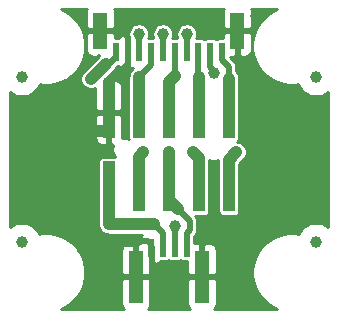
<source format=gbr>
G04 #@! TF.GenerationSoftware,KiCad,Pcbnew,5.1.0-rc2-unknown-036be7d~80~ubuntu16.04.1*
G04 #@! TF.CreationDate,2023-05-22T11:40:45+03:00*
G04 #@! TF.ProjectId,UEXT-PQ_Rev_A,55455854-2d50-4515-9f52-65765f412e6b,A*
G04 #@! TF.SameCoordinates,Original*
G04 #@! TF.FileFunction,Copper,L1,Top*
G04 #@! TF.FilePolarity,Positive*
%FSLAX46Y46*%
G04 Gerber Fmt 4.6, Leading zero omitted, Abs format (unit mm)*
G04 Created by KiCad (PCBNEW 5.1.0-rc2-unknown-036be7d~80~ubuntu16.04.1) date 2023-05-22 11:40:45*
%MOMM*%
%LPD*%
G04 APERTURE LIST*
%ADD10R,1.000000X4.250000*%
%ADD11C,1.000000*%
%ADD12R,1.200000X3.100000*%
%ADD13R,0.600000X1.550000*%
%ADD14R,0.500000X1.550000*%
%ADD15R,1.200000X4.500000*%
%ADD16C,1.016000*%
%ADD17C,0.508000*%
%ADD18C,0.254000*%
G04 APERTURE END LIST*
D10*
X92080000Y-135475000D03*
X92080000Y-141725000D03*
X89540000Y-135475000D03*
X89540000Y-141725000D03*
X87000000Y-135475000D03*
X87000000Y-141725000D03*
X84460000Y-135475000D03*
X84460000Y-141725000D03*
X81920000Y-135475000D03*
X81920000Y-141725000D03*
D11*
X99441000Y-146431000D03*
X74549000Y-146431000D03*
X74549000Y-132461000D03*
X99441000Y-132461000D03*
D12*
X92800000Y-128550000D03*
X81200000Y-128550000D03*
D13*
X91500000Y-130325000D03*
X90500000Y-130325000D03*
X89500000Y-130325000D03*
X88500000Y-130325000D03*
X87500000Y-130325000D03*
X86500000Y-130325000D03*
X85500000Y-130325000D03*
X84500000Y-130325000D03*
X83500000Y-130325000D03*
X82500000Y-130325000D03*
D14*
X88500000Y-146900000D03*
X86500000Y-146900000D03*
X87500000Y-146900000D03*
D15*
X84200000Y-149375000D03*
X89800000Y-149375000D03*
D14*
X85500000Y-146900000D03*
D11*
X84836000Y-138811000D03*
X84455000Y-128778000D03*
X86995000Y-138811000D03*
X86487000Y-128778000D03*
X87503000Y-145034000D03*
X87503000Y-132334000D03*
X89027000Y-138811000D03*
X88519000Y-128778000D03*
X92710000Y-138811000D03*
X90805000Y-132080000D03*
X77978000Y-137033000D03*
X82423000Y-148590000D03*
X91694000Y-148590000D03*
X87122000Y-151384000D03*
X94107000Y-151257000D03*
X79756000Y-151257000D03*
X99441000Y-143764000D03*
X99949000Y-135890000D03*
X96393000Y-138938000D03*
X74422000Y-143764000D03*
X74549000Y-134747000D03*
X77978000Y-139446000D03*
X79629000Y-127254000D03*
X94361000Y-127254000D03*
X87503000Y-127381000D03*
X81915000Y-144907000D03*
X83185000Y-144907000D03*
X81661000Y-131318000D03*
X80391000Y-132588000D03*
D16*
X84460000Y-139187000D02*
X84836000Y-138811000D01*
X84460000Y-141725000D02*
X84460000Y-139187000D01*
D17*
X84500000Y-128823000D02*
X84455000Y-128778000D01*
X84500000Y-130325000D02*
X84500000Y-128823000D01*
D16*
X84460000Y-135475000D02*
X84460000Y-132466000D01*
D17*
X85500000Y-131426000D02*
X84460000Y-132466000D01*
X85500000Y-130325000D02*
X85500000Y-131426000D01*
D16*
X87000000Y-141725000D02*
X87000000Y-142880000D01*
X87000000Y-142880000D02*
X87757000Y-143637000D01*
D17*
X88773000Y-144653000D02*
X87757000Y-143637000D01*
X88773000Y-145415000D02*
X88773000Y-144653000D01*
X88500000Y-145688000D02*
X88773000Y-145415000D01*
X88500000Y-146900000D02*
X88500000Y-145688000D01*
D16*
X87000000Y-138816000D02*
X86995000Y-138811000D01*
X87000000Y-141725000D02*
X87000000Y-138816000D01*
D17*
X86500000Y-128791000D02*
X86487000Y-128778000D01*
X86500000Y-130325000D02*
X86500000Y-128791000D01*
X87500000Y-145037000D02*
X87503000Y-145034000D01*
X87500000Y-146900000D02*
X87500000Y-145037000D01*
D16*
X87000000Y-132837000D02*
X87503000Y-132334000D01*
X87000000Y-135475000D02*
X87000000Y-132837000D01*
D17*
X87500000Y-132331000D02*
X87503000Y-132334000D01*
X87500000Y-130325000D02*
X87500000Y-132331000D01*
D16*
X89540000Y-139324000D02*
X89027000Y-138811000D01*
X89540000Y-141725000D02*
X89540000Y-139324000D01*
D17*
X88500000Y-128797000D02*
X88519000Y-128778000D01*
X88500000Y-130325000D02*
X88500000Y-128797000D01*
D16*
X89540000Y-135475000D02*
X89540000Y-132466000D01*
D17*
X89500000Y-132426000D02*
X89540000Y-132466000D01*
X89500000Y-130325000D02*
X89500000Y-132426000D01*
D16*
X92080000Y-139441000D02*
X92710000Y-138811000D01*
X92080000Y-141725000D02*
X92080000Y-139441000D01*
D17*
X90805000Y-131928000D02*
X90805000Y-132080000D01*
X90500000Y-131623000D02*
X90805000Y-131928000D01*
X90500000Y-130325000D02*
X90500000Y-131623000D01*
D16*
X92080000Y-135475000D02*
X92080000Y-132593000D01*
D17*
X91500000Y-130325000D02*
X91500000Y-130997000D01*
X92080000Y-131577000D02*
X92080000Y-132593000D01*
X91500000Y-130997000D02*
X92080000Y-131577000D01*
D16*
X81920000Y-135475000D02*
X81920000Y-137028000D01*
X81915000Y-137033000D02*
X77978000Y-137033000D01*
X81920000Y-137028000D02*
X81915000Y-137033000D01*
D17*
X85217000Y-146304000D02*
X84074000Y-146304000D01*
X85500000Y-146587000D02*
X85217000Y-146304000D01*
X85500000Y-146900000D02*
X85500000Y-146587000D01*
D16*
X81920000Y-135475000D02*
X81920000Y-132974000D01*
D17*
X83500000Y-131394000D02*
X81920000Y-132974000D01*
X83500000Y-130325000D02*
X83500000Y-131394000D01*
D16*
X77978000Y-137033000D02*
X77978000Y-139446000D01*
X77851000Y-143764000D02*
X80391000Y-146304000D01*
X77851000Y-139573000D02*
X77851000Y-143764000D01*
X80391000Y-146304000D02*
X84074000Y-146304000D01*
X77978000Y-139446000D02*
X77851000Y-139573000D01*
X81920000Y-144902000D02*
X81915000Y-144907000D01*
X81920000Y-141725000D02*
X81920000Y-144902000D01*
X81915000Y-144907000D02*
X83185000Y-144907000D01*
X83185000Y-144907000D02*
X85725000Y-144907000D01*
D17*
X86500000Y-145682000D02*
X85725000Y-144907000D01*
X86500000Y-146900000D02*
X86500000Y-145682000D01*
X82500000Y-130733000D02*
X82500000Y-130325000D01*
X81915000Y-131318000D02*
X82500000Y-130733000D01*
X81661000Y-131318000D02*
X81915000Y-131318000D01*
D16*
X81661000Y-131318000D02*
X80391000Y-132588000D01*
D18*
G36*
X79989403Y-126814777D02*
G01*
X79965000Y-126937458D01*
X79965000Y-128264250D01*
X80123750Y-128423000D01*
X81073000Y-128423000D01*
X81073000Y-128403000D01*
X81327000Y-128403000D01*
X81327000Y-128423000D01*
X82276250Y-128423000D01*
X82435000Y-128264250D01*
X82435000Y-126937458D01*
X82410597Y-126814777D01*
X82366369Y-126708000D01*
X91633631Y-126708000D01*
X91589403Y-126814777D01*
X91565000Y-126937458D01*
X91565000Y-128264250D01*
X91723750Y-128423000D01*
X92673000Y-128423000D01*
X92673000Y-128403000D01*
X92927000Y-128403000D01*
X92927000Y-128423000D01*
X93876250Y-128423000D01*
X94035000Y-128264250D01*
X94035000Y-126937458D01*
X94010597Y-126814777D01*
X93966369Y-126708000D01*
X96170879Y-126708000D01*
X95824075Y-126851651D01*
X95279161Y-127215750D01*
X94815750Y-127679161D01*
X94451651Y-128224075D01*
X94200855Y-128829550D01*
X94073000Y-129472319D01*
X94073000Y-130127681D01*
X94200855Y-130770450D01*
X94451651Y-131375925D01*
X94815750Y-131920839D01*
X95279161Y-132384250D01*
X95824075Y-132748349D01*
X96429550Y-132999145D01*
X97072319Y-133127000D01*
X97727681Y-133127000D01*
X97922448Y-133088258D01*
X97984992Y-133239252D01*
X98164798Y-133508352D01*
X98393648Y-133737202D01*
X98662748Y-133917008D01*
X98961755Y-134040861D01*
X99279179Y-134104000D01*
X99602821Y-134104000D01*
X99920245Y-134040861D01*
X100219252Y-133917008D01*
X100488352Y-133737202D01*
X100492001Y-133733553D01*
X100492000Y-145158446D01*
X100488352Y-145154798D01*
X100219252Y-144974992D01*
X99920245Y-144851139D01*
X99602821Y-144788000D01*
X99279179Y-144788000D01*
X98961755Y-144851139D01*
X98662748Y-144974992D01*
X98393648Y-145154798D01*
X98164798Y-145383648D01*
X97984992Y-145652748D01*
X97957655Y-145718745D01*
X97727681Y-145673000D01*
X97072319Y-145673000D01*
X96429550Y-145800855D01*
X95824075Y-146051651D01*
X95279161Y-146415750D01*
X94815750Y-146879161D01*
X94451651Y-147424075D01*
X94200855Y-148029550D01*
X94073000Y-148672319D01*
X94073000Y-149327681D01*
X94200855Y-149970450D01*
X94451651Y-150575925D01*
X94815750Y-151120839D01*
X95279161Y-151584250D01*
X95824075Y-151948349D01*
X96170879Y-152092000D01*
X90831026Y-152092000D01*
X90893237Y-152029789D01*
X90962730Y-151925785D01*
X91010597Y-151810223D01*
X91035000Y-151687542D01*
X91035000Y-149660750D01*
X90876250Y-149502000D01*
X89927000Y-149502000D01*
X89927000Y-149522000D01*
X89673000Y-149522000D01*
X89673000Y-149502000D01*
X88723750Y-149502000D01*
X88565000Y-149660750D01*
X88565000Y-151687542D01*
X88589403Y-151810223D01*
X88637270Y-151925785D01*
X88706763Y-152029789D01*
X88768974Y-152092000D01*
X85231026Y-152092000D01*
X85293237Y-152029789D01*
X85362730Y-151925785D01*
X85410597Y-151810223D01*
X85435000Y-151687542D01*
X85435000Y-149660750D01*
X85276250Y-149502000D01*
X84327000Y-149502000D01*
X84327000Y-149522000D01*
X84073000Y-149522000D01*
X84073000Y-149502000D01*
X83123750Y-149502000D01*
X82965000Y-149660750D01*
X82965000Y-151687542D01*
X82989403Y-151810223D01*
X83037270Y-151925785D01*
X83106763Y-152029789D01*
X83168974Y-152092000D01*
X77829121Y-152092000D01*
X78175925Y-151948349D01*
X78720839Y-151584250D01*
X79184250Y-151120839D01*
X79548349Y-150575925D01*
X79799145Y-149970450D01*
X79927000Y-149327681D01*
X79927000Y-148672319D01*
X79799145Y-148029550D01*
X79548349Y-147424075D01*
X79306725Y-147062458D01*
X82965000Y-147062458D01*
X82965000Y-149089250D01*
X83123750Y-149248000D01*
X84073000Y-149248000D01*
X84073000Y-146648750D01*
X83914250Y-146490000D01*
X83537458Y-146490000D01*
X83414777Y-146514403D01*
X83299215Y-146562270D01*
X83195211Y-146631763D01*
X83106763Y-146720211D01*
X83037270Y-146824215D01*
X82989403Y-146939777D01*
X82965000Y-147062458D01*
X79306725Y-147062458D01*
X79184250Y-146879161D01*
X78720839Y-146415750D01*
X78175925Y-146051651D01*
X77570450Y-145800855D01*
X76927681Y-145673000D01*
X76272319Y-145673000D01*
X76033106Y-145720583D01*
X76005008Y-145652748D01*
X75825202Y-145383648D01*
X75596352Y-145154798D01*
X75327252Y-144974992D01*
X75163106Y-144907000D01*
X81021699Y-144907000D01*
X81038864Y-145081274D01*
X81089697Y-145248851D01*
X81172247Y-145403291D01*
X81283341Y-145538659D01*
X81418709Y-145649753D01*
X81573149Y-145732303D01*
X81740726Y-145783136D01*
X81871333Y-145796000D01*
X81871340Y-145796000D01*
X81915000Y-145800300D01*
X81958660Y-145796000D01*
X84706123Y-145796000D01*
X84687270Y-145824215D01*
X84639403Y-145939777D01*
X84615000Y-146062458D01*
X84615000Y-146490000D01*
X84485750Y-146490000D01*
X84327000Y-146648750D01*
X84327000Y-149248000D01*
X85276250Y-149248000D01*
X85435000Y-149089250D01*
X85435000Y-147062458D01*
X85410597Y-146939777D01*
X85362730Y-146824215D01*
X85353000Y-146809653D01*
X85353000Y-146773000D01*
X85375000Y-146773000D01*
X85375000Y-146753000D01*
X85625000Y-146753000D01*
X85625000Y-146773000D01*
X85647000Y-146773000D01*
X85647000Y-147027000D01*
X85625000Y-147027000D01*
X85625000Y-148151250D01*
X85783750Y-148310000D01*
X85812542Y-148310000D01*
X85935223Y-148285597D01*
X86050785Y-148237730D01*
X86154789Y-148168237D01*
X86243237Y-148079789D01*
X86257901Y-148057843D01*
X86750000Y-148057843D01*
X86824689Y-148050487D01*
X86896508Y-148028701D01*
X86962696Y-147993322D01*
X87000000Y-147962708D01*
X87037304Y-147993322D01*
X87103492Y-148028701D01*
X87175311Y-148050487D01*
X87250000Y-148057843D01*
X87750000Y-148057843D01*
X87824689Y-148050487D01*
X87896508Y-148028701D01*
X87962696Y-147993322D01*
X88000000Y-147962708D01*
X88037304Y-147993322D01*
X88103492Y-148028701D01*
X88175311Y-148050487D01*
X88250000Y-148057843D01*
X88565000Y-148057843D01*
X88565000Y-149089250D01*
X88723750Y-149248000D01*
X89673000Y-149248000D01*
X89673000Y-146648750D01*
X89927000Y-146648750D01*
X89927000Y-149248000D01*
X90876250Y-149248000D01*
X91035000Y-149089250D01*
X91035000Y-147062458D01*
X91010597Y-146939777D01*
X90962730Y-146824215D01*
X90893237Y-146720211D01*
X90804789Y-146631763D01*
X90700785Y-146562270D01*
X90585223Y-146514403D01*
X90462542Y-146490000D01*
X90085750Y-146490000D01*
X89927000Y-146648750D01*
X89673000Y-146648750D01*
X89514250Y-146490000D01*
X89137458Y-146490000D01*
X89135000Y-146490489D01*
X89135000Y-145951024D01*
X89199951Y-145886073D01*
X89224185Y-145866185D01*
X89303537Y-145769494D01*
X89362502Y-145659180D01*
X89398812Y-145539482D01*
X89408000Y-145446192D01*
X89408000Y-145446182D01*
X89411071Y-145415001D01*
X89408000Y-145383820D01*
X89408000Y-144684181D01*
X89411071Y-144653000D01*
X89408000Y-144621819D01*
X89408000Y-144621808D01*
X89398812Y-144528518D01*
X89362502Y-144408820D01*
X89303537Y-144298506D01*
X89249649Y-144232843D01*
X90040000Y-144232843D01*
X90114689Y-144225487D01*
X90186508Y-144203701D01*
X90252696Y-144168322D01*
X90310711Y-144120711D01*
X90358322Y-144062696D01*
X90393701Y-143996508D01*
X90415487Y-143924689D01*
X90422843Y-143850000D01*
X90422843Y-141831178D01*
X90429000Y-141768667D01*
X90429000Y-139504012D01*
X90523853Y-139543301D01*
X90713380Y-139581000D01*
X90906620Y-139581000D01*
X91096147Y-139543301D01*
X91191001Y-139504011D01*
X91191000Y-141768666D01*
X91197157Y-141831177D01*
X91197157Y-143850000D01*
X91204513Y-143924689D01*
X91226299Y-143996508D01*
X91261678Y-144062696D01*
X91309289Y-144120711D01*
X91367304Y-144168322D01*
X91433492Y-144203701D01*
X91505311Y-144225487D01*
X91580000Y-144232843D01*
X92580000Y-144232843D01*
X92654689Y-144225487D01*
X92726508Y-144203701D01*
X92792696Y-144168322D01*
X92850711Y-144120711D01*
X92898322Y-144062696D01*
X92933701Y-143996508D01*
X92955487Y-143924689D01*
X92962843Y-143850000D01*
X92962843Y-141831178D01*
X92969000Y-141768667D01*
X92969000Y-139809235D01*
X93369495Y-139408741D01*
X93452752Y-139307292D01*
X93535302Y-139152852D01*
X93586136Y-138985275D01*
X93603301Y-138811000D01*
X93586136Y-138636725D01*
X93535302Y-138469148D01*
X93452752Y-138314709D01*
X93341659Y-138179341D01*
X93206291Y-138068248D01*
X93051852Y-137985698D01*
X92884275Y-137934864D01*
X92780813Y-137924674D01*
X92792696Y-137918322D01*
X92850711Y-137870711D01*
X92898322Y-137812696D01*
X92933701Y-137746508D01*
X92955487Y-137674689D01*
X92962843Y-137600000D01*
X92962843Y-135581178D01*
X92969000Y-135518667D01*
X92969000Y-132549333D01*
X92956136Y-132418726D01*
X92905303Y-132251149D01*
X92822753Y-132096709D01*
X92715000Y-131965412D01*
X92715000Y-131608189D01*
X92718072Y-131577000D01*
X92715000Y-131545808D01*
X92705812Y-131452518D01*
X92669502Y-131332820D01*
X92661581Y-131318001D01*
X92610538Y-131222506D01*
X92561326Y-131162542D01*
X92531185Y-131125815D01*
X92506956Y-131105931D01*
X92182843Y-130781819D01*
X92182843Y-130735000D01*
X92514250Y-130735000D01*
X92673000Y-130576250D01*
X92673000Y-128677000D01*
X92927000Y-128677000D01*
X92927000Y-130576250D01*
X93085750Y-130735000D01*
X93462542Y-130735000D01*
X93585223Y-130710597D01*
X93700785Y-130662730D01*
X93804789Y-130593237D01*
X93893237Y-130504789D01*
X93962730Y-130400785D01*
X94010597Y-130285223D01*
X94035000Y-130162542D01*
X94035000Y-128835750D01*
X93876250Y-128677000D01*
X92927000Y-128677000D01*
X92673000Y-128677000D01*
X91723750Y-128677000D01*
X91565000Y-128835750D01*
X91565000Y-129167157D01*
X91200000Y-129167157D01*
X91125311Y-129174513D01*
X91053492Y-129196299D01*
X91000000Y-129224892D01*
X90946508Y-129196299D01*
X90874689Y-129174513D01*
X90800000Y-129167157D01*
X90200000Y-129167157D01*
X90125311Y-129174513D01*
X90053492Y-129196299D01*
X90000000Y-129224892D01*
X89946508Y-129196299D01*
X89874689Y-129174513D01*
X89800000Y-129167157D01*
X89311393Y-129167157D01*
X89366144Y-129034978D01*
X89400000Y-128864771D01*
X89400000Y-128691229D01*
X89366144Y-128521022D01*
X89299732Y-128360690D01*
X89203318Y-128216395D01*
X89080605Y-128093682D01*
X88936310Y-127997268D01*
X88775978Y-127930856D01*
X88605771Y-127897000D01*
X88432229Y-127897000D01*
X88262022Y-127930856D01*
X88101690Y-127997268D01*
X87957395Y-128093682D01*
X87834682Y-128216395D01*
X87738268Y-128360690D01*
X87671856Y-128521022D01*
X87638000Y-128691229D01*
X87638000Y-128864771D01*
X87671856Y-129034978D01*
X87726607Y-129167157D01*
X87279393Y-129167157D01*
X87334144Y-129034978D01*
X87368000Y-128864771D01*
X87368000Y-128691229D01*
X87334144Y-128521022D01*
X87267732Y-128360690D01*
X87171318Y-128216395D01*
X87048605Y-128093682D01*
X86904310Y-127997268D01*
X86743978Y-127930856D01*
X86573771Y-127897000D01*
X86400229Y-127897000D01*
X86230022Y-127930856D01*
X86069690Y-127997268D01*
X85925395Y-128093682D01*
X85802682Y-128216395D01*
X85706268Y-128360690D01*
X85639856Y-128521022D01*
X85606000Y-128691229D01*
X85606000Y-128864771D01*
X85639856Y-129034978D01*
X85694607Y-129167157D01*
X85247393Y-129167157D01*
X85302144Y-129034978D01*
X85336000Y-128864771D01*
X85336000Y-128691229D01*
X85302144Y-128521022D01*
X85235732Y-128360690D01*
X85139318Y-128216395D01*
X85016605Y-128093682D01*
X84872310Y-127997268D01*
X84711978Y-127930856D01*
X84541771Y-127897000D01*
X84368229Y-127897000D01*
X84198022Y-127930856D01*
X84037690Y-127997268D01*
X83893395Y-128093682D01*
X83770682Y-128216395D01*
X83674268Y-128360690D01*
X83607856Y-128521022D01*
X83574000Y-128691229D01*
X83574000Y-128864771D01*
X83607856Y-129034978D01*
X83627000Y-129081195D01*
X83627000Y-130198000D01*
X83647000Y-130198000D01*
X83647000Y-130452000D01*
X83627000Y-130452000D01*
X83627000Y-131576250D01*
X83785750Y-131735000D01*
X83862542Y-131735000D01*
X83985223Y-131710597D01*
X83994791Y-131706634D01*
X83963710Y-131723247D01*
X83828342Y-131834341D01*
X83717248Y-131969709D01*
X83634698Y-132124149D01*
X83583865Y-132291726D01*
X83571001Y-132422333D01*
X83571000Y-135518666D01*
X83577157Y-135581177D01*
X83577157Y-137600000D01*
X83584513Y-137674689D01*
X83593845Y-137705451D01*
X83476147Y-137656699D01*
X83286620Y-137619000D01*
X83093380Y-137619000D01*
X83055000Y-137626634D01*
X83055000Y-135760750D01*
X82896250Y-135602000D01*
X82047000Y-135602000D01*
X82047000Y-138076250D01*
X82205750Y-138235000D01*
X82279361Y-138235000D01*
X82246699Y-138313853D01*
X82209000Y-138503380D01*
X82209000Y-138696620D01*
X82246699Y-138886147D01*
X82320649Y-139064678D01*
X82422710Y-139217424D01*
X82420000Y-139217157D01*
X81420000Y-139217157D01*
X81345311Y-139224513D01*
X81273492Y-139246299D01*
X81207304Y-139281678D01*
X81149289Y-139329289D01*
X81101678Y-139387304D01*
X81066299Y-139453492D01*
X81044513Y-139525311D01*
X81037157Y-139600000D01*
X81037157Y-141618823D01*
X81031000Y-141681334D01*
X81031001Y-144812558D01*
X81021699Y-144907000D01*
X75163106Y-144907000D01*
X75028245Y-144851139D01*
X74710821Y-144788000D01*
X74387179Y-144788000D01*
X74069755Y-144851139D01*
X73770748Y-144974992D01*
X73508000Y-145150554D01*
X73508000Y-135760750D01*
X80785000Y-135760750D01*
X80785000Y-137662542D01*
X80809403Y-137785223D01*
X80857270Y-137900785D01*
X80926763Y-138004789D01*
X81015211Y-138093237D01*
X81119215Y-138162730D01*
X81234777Y-138210597D01*
X81357458Y-138235000D01*
X81634250Y-138235000D01*
X81793000Y-138076250D01*
X81793000Y-135602000D01*
X80943750Y-135602000D01*
X80785000Y-135760750D01*
X73508000Y-135760750D01*
X73508000Y-133741446D01*
X73770748Y-133917008D01*
X74069755Y-134040861D01*
X74387179Y-134104000D01*
X74710821Y-134104000D01*
X75028245Y-134040861D01*
X75327252Y-133917008D01*
X75596352Y-133737202D01*
X75825202Y-133508352D01*
X76005008Y-133239252D01*
X76068313Y-133086421D01*
X76272319Y-133127000D01*
X76927681Y-133127000D01*
X77570450Y-132999145D01*
X78175925Y-132748349D01*
X78415904Y-132588000D01*
X79497700Y-132588000D01*
X79514864Y-132762274D01*
X79565698Y-132929852D01*
X79648248Y-133084291D01*
X79759341Y-133219659D01*
X79894709Y-133330752D01*
X80049148Y-133413302D01*
X80216726Y-133464136D01*
X80391000Y-133481300D01*
X80565274Y-133464136D01*
X80732852Y-133413302D01*
X80785000Y-133385428D01*
X80785000Y-135189250D01*
X80943750Y-135348000D01*
X81793000Y-135348000D01*
X81793000Y-132873750D01*
X82047000Y-132873750D01*
X82047000Y-135348000D01*
X82896250Y-135348000D01*
X83055000Y-135189250D01*
X83055000Y-133287458D01*
X83030597Y-133164777D01*
X82982730Y-133049215D01*
X82913237Y-132945211D01*
X82824789Y-132856763D01*
X82720785Y-132787270D01*
X82605223Y-132739403D01*
X82482542Y-132715000D01*
X82205750Y-132715000D01*
X82047000Y-132873750D01*
X81793000Y-132873750D01*
X81634250Y-132715000D01*
X81521235Y-132715000D01*
X82320495Y-131915741D01*
X82403751Y-131814292D01*
X82486302Y-131659853D01*
X82492890Y-131638134D01*
X82648181Y-131482843D01*
X82692099Y-131482843D01*
X82706763Y-131504789D01*
X82795211Y-131593237D01*
X82899215Y-131662730D01*
X83014777Y-131710597D01*
X83137458Y-131735000D01*
X83214250Y-131735000D01*
X83373000Y-131576250D01*
X83373000Y-130452000D01*
X83353000Y-130452000D01*
X83353000Y-130198000D01*
X83373000Y-130198000D01*
X83373000Y-129073750D01*
X83214250Y-128915000D01*
X83137458Y-128915000D01*
X83014777Y-128939403D01*
X82899215Y-128987270D01*
X82795211Y-129056763D01*
X82706763Y-129145211D01*
X82692099Y-129167157D01*
X82435000Y-129167157D01*
X82435000Y-128835750D01*
X82276250Y-128677000D01*
X81327000Y-128677000D01*
X81327000Y-128697000D01*
X81073000Y-128697000D01*
X81073000Y-128677000D01*
X80123750Y-128677000D01*
X79965000Y-128835750D01*
X79965000Y-130162542D01*
X79989403Y-130285223D01*
X80037270Y-130400785D01*
X80106763Y-130504789D01*
X80195211Y-130593237D01*
X80299215Y-130662730D01*
X80414777Y-130710597D01*
X80537458Y-130735000D01*
X80914250Y-130735000D01*
X81072998Y-130576252D01*
X81072998Y-130650513D01*
X81063259Y-130658505D01*
X79731505Y-131990260D01*
X79648248Y-132091709D01*
X79565698Y-132246148D01*
X79514864Y-132413726D01*
X79497700Y-132588000D01*
X78415904Y-132588000D01*
X78720839Y-132384250D01*
X79184250Y-131920839D01*
X79548349Y-131375925D01*
X79799145Y-130770450D01*
X79927000Y-130127681D01*
X79927000Y-129472319D01*
X79799145Y-128829550D01*
X79548349Y-128224075D01*
X79184250Y-127679161D01*
X78720839Y-127215750D01*
X78175925Y-126851651D01*
X77829121Y-126708000D01*
X80033631Y-126708000D01*
X79989403Y-126814777D01*
X79989403Y-126814777D01*
G37*
X79989403Y-126814777D02*
X79965000Y-126937458D01*
X79965000Y-128264250D01*
X80123750Y-128423000D01*
X81073000Y-128423000D01*
X81073000Y-128403000D01*
X81327000Y-128403000D01*
X81327000Y-128423000D01*
X82276250Y-128423000D01*
X82435000Y-128264250D01*
X82435000Y-126937458D01*
X82410597Y-126814777D01*
X82366369Y-126708000D01*
X91633631Y-126708000D01*
X91589403Y-126814777D01*
X91565000Y-126937458D01*
X91565000Y-128264250D01*
X91723750Y-128423000D01*
X92673000Y-128423000D01*
X92673000Y-128403000D01*
X92927000Y-128403000D01*
X92927000Y-128423000D01*
X93876250Y-128423000D01*
X94035000Y-128264250D01*
X94035000Y-126937458D01*
X94010597Y-126814777D01*
X93966369Y-126708000D01*
X96170879Y-126708000D01*
X95824075Y-126851651D01*
X95279161Y-127215750D01*
X94815750Y-127679161D01*
X94451651Y-128224075D01*
X94200855Y-128829550D01*
X94073000Y-129472319D01*
X94073000Y-130127681D01*
X94200855Y-130770450D01*
X94451651Y-131375925D01*
X94815750Y-131920839D01*
X95279161Y-132384250D01*
X95824075Y-132748349D01*
X96429550Y-132999145D01*
X97072319Y-133127000D01*
X97727681Y-133127000D01*
X97922448Y-133088258D01*
X97984992Y-133239252D01*
X98164798Y-133508352D01*
X98393648Y-133737202D01*
X98662748Y-133917008D01*
X98961755Y-134040861D01*
X99279179Y-134104000D01*
X99602821Y-134104000D01*
X99920245Y-134040861D01*
X100219252Y-133917008D01*
X100488352Y-133737202D01*
X100492001Y-133733553D01*
X100492000Y-145158446D01*
X100488352Y-145154798D01*
X100219252Y-144974992D01*
X99920245Y-144851139D01*
X99602821Y-144788000D01*
X99279179Y-144788000D01*
X98961755Y-144851139D01*
X98662748Y-144974992D01*
X98393648Y-145154798D01*
X98164798Y-145383648D01*
X97984992Y-145652748D01*
X97957655Y-145718745D01*
X97727681Y-145673000D01*
X97072319Y-145673000D01*
X96429550Y-145800855D01*
X95824075Y-146051651D01*
X95279161Y-146415750D01*
X94815750Y-146879161D01*
X94451651Y-147424075D01*
X94200855Y-148029550D01*
X94073000Y-148672319D01*
X94073000Y-149327681D01*
X94200855Y-149970450D01*
X94451651Y-150575925D01*
X94815750Y-151120839D01*
X95279161Y-151584250D01*
X95824075Y-151948349D01*
X96170879Y-152092000D01*
X90831026Y-152092000D01*
X90893237Y-152029789D01*
X90962730Y-151925785D01*
X91010597Y-151810223D01*
X91035000Y-151687542D01*
X91035000Y-149660750D01*
X90876250Y-149502000D01*
X89927000Y-149502000D01*
X89927000Y-149522000D01*
X89673000Y-149522000D01*
X89673000Y-149502000D01*
X88723750Y-149502000D01*
X88565000Y-149660750D01*
X88565000Y-151687542D01*
X88589403Y-151810223D01*
X88637270Y-151925785D01*
X88706763Y-152029789D01*
X88768974Y-152092000D01*
X85231026Y-152092000D01*
X85293237Y-152029789D01*
X85362730Y-151925785D01*
X85410597Y-151810223D01*
X85435000Y-151687542D01*
X85435000Y-149660750D01*
X85276250Y-149502000D01*
X84327000Y-149502000D01*
X84327000Y-149522000D01*
X84073000Y-149522000D01*
X84073000Y-149502000D01*
X83123750Y-149502000D01*
X82965000Y-149660750D01*
X82965000Y-151687542D01*
X82989403Y-151810223D01*
X83037270Y-151925785D01*
X83106763Y-152029789D01*
X83168974Y-152092000D01*
X77829121Y-152092000D01*
X78175925Y-151948349D01*
X78720839Y-151584250D01*
X79184250Y-151120839D01*
X79548349Y-150575925D01*
X79799145Y-149970450D01*
X79927000Y-149327681D01*
X79927000Y-148672319D01*
X79799145Y-148029550D01*
X79548349Y-147424075D01*
X79306725Y-147062458D01*
X82965000Y-147062458D01*
X82965000Y-149089250D01*
X83123750Y-149248000D01*
X84073000Y-149248000D01*
X84073000Y-146648750D01*
X83914250Y-146490000D01*
X83537458Y-146490000D01*
X83414777Y-146514403D01*
X83299215Y-146562270D01*
X83195211Y-146631763D01*
X83106763Y-146720211D01*
X83037270Y-146824215D01*
X82989403Y-146939777D01*
X82965000Y-147062458D01*
X79306725Y-147062458D01*
X79184250Y-146879161D01*
X78720839Y-146415750D01*
X78175925Y-146051651D01*
X77570450Y-145800855D01*
X76927681Y-145673000D01*
X76272319Y-145673000D01*
X76033106Y-145720583D01*
X76005008Y-145652748D01*
X75825202Y-145383648D01*
X75596352Y-145154798D01*
X75327252Y-144974992D01*
X75163106Y-144907000D01*
X81021699Y-144907000D01*
X81038864Y-145081274D01*
X81089697Y-145248851D01*
X81172247Y-145403291D01*
X81283341Y-145538659D01*
X81418709Y-145649753D01*
X81573149Y-145732303D01*
X81740726Y-145783136D01*
X81871333Y-145796000D01*
X81871340Y-145796000D01*
X81915000Y-145800300D01*
X81958660Y-145796000D01*
X84706123Y-145796000D01*
X84687270Y-145824215D01*
X84639403Y-145939777D01*
X84615000Y-146062458D01*
X84615000Y-146490000D01*
X84485750Y-146490000D01*
X84327000Y-146648750D01*
X84327000Y-149248000D01*
X85276250Y-149248000D01*
X85435000Y-149089250D01*
X85435000Y-147062458D01*
X85410597Y-146939777D01*
X85362730Y-146824215D01*
X85353000Y-146809653D01*
X85353000Y-146773000D01*
X85375000Y-146773000D01*
X85375000Y-146753000D01*
X85625000Y-146753000D01*
X85625000Y-146773000D01*
X85647000Y-146773000D01*
X85647000Y-147027000D01*
X85625000Y-147027000D01*
X85625000Y-148151250D01*
X85783750Y-148310000D01*
X85812542Y-148310000D01*
X85935223Y-148285597D01*
X86050785Y-148237730D01*
X86154789Y-148168237D01*
X86243237Y-148079789D01*
X86257901Y-148057843D01*
X86750000Y-148057843D01*
X86824689Y-148050487D01*
X86896508Y-148028701D01*
X86962696Y-147993322D01*
X87000000Y-147962708D01*
X87037304Y-147993322D01*
X87103492Y-148028701D01*
X87175311Y-148050487D01*
X87250000Y-148057843D01*
X87750000Y-148057843D01*
X87824689Y-148050487D01*
X87896508Y-148028701D01*
X87962696Y-147993322D01*
X88000000Y-147962708D01*
X88037304Y-147993322D01*
X88103492Y-148028701D01*
X88175311Y-148050487D01*
X88250000Y-148057843D01*
X88565000Y-148057843D01*
X88565000Y-149089250D01*
X88723750Y-149248000D01*
X89673000Y-149248000D01*
X89673000Y-146648750D01*
X89927000Y-146648750D01*
X89927000Y-149248000D01*
X90876250Y-149248000D01*
X91035000Y-149089250D01*
X91035000Y-147062458D01*
X91010597Y-146939777D01*
X90962730Y-146824215D01*
X90893237Y-146720211D01*
X90804789Y-146631763D01*
X90700785Y-146562270D01*
X90585223Y-146514403D01*
X90462542Y-146490000D01*
X90085750Y-146490000D01*
X89927000Y-146648750D01*
X89673000Y-146648750D01*
X89514250Y-146490000D01*
X89137458Y-146490000D01*
X89135000Y-146490489D01*
X89135000Y-145951024D01*
X89199951Y-145886073D01*
X89224185Y-145866185D01*
X89303537Y-145769494D01*
X89362502Y-145659180D01*
X89398812Y-145539482D01*
X89408000Y-145446192D01*
X89408000Y-145446182D01*
X89411071Y-145415001D01*
X89408000Y-145383820D01*
X89408000Y-144684181D01*
X89411071Y-144653000D01*
X89408000Y-144621819D01*
X89408000Y-144621808D01*
X89398812Y-144528518D01*
X89362502Y-144408820D01*
X89303537Y-144298506D01*
X89249649Y-144232843D01*
X90040000Y-144232843D01*
X90114689Y-144225487D01*
X90186508Y-144203701D01*
X90252696Y-144168322D01*
X90310711Y-144120711D01*
X90358322Y-144062696D01*
X90393701Y-143996508D01*
X90415487Y-143924689D01*
X90422843Y-143850000D01*
X90422843Y-141831178D01*
X90429000Y-141768667D01*
X90429000Y-139504012D01*
X90523853Y-139543301D01*
X90713380Y-139581000D01*
X90906620Y-139581000D01*
X91096147Y-139543301D01*
X91191001Y-139504011D01*
X91191000Y-141768666D01*
X91197157Y-141831177D01*
X91197157Y-143850000D01*
X91204513Y-143924689D01*
X91226299Y-143996508D01*
X91261678Y-144062696D01*
X91309289Y-144120711D01*
X91367304Y-144168322D01*
X91433492Y-144203701D01*
X91505311Y-144225487D01*
X91580000Y-144232843D01*
X92580000Y-144232843D01*
X92654689Y-144225487D01*
X92726508Y-144203701D01*
X92792696Y-144168322D01*
X92850711Y-144120711D01*
X92898322Y-144062696D01*
X92933701Y-143996508D01*
X92955487Y-143924689D01*
X92962843Y-143850000D01*
X92962843Y-141831178D01*
X92969000Y-141768667D01*
X92969000Y-139809235D01*
X93369495Y-139408741D01*
X93452752Y-139307292D01*
X93535302Y-139152852D01*
X93586136Y-138985275D01*
X93603301Y-138811000D01*
X93586136Y-138636725D01*
X93535302Y-138469148D01*
X93452752Y-138314709D01*
X93341659Y-138179341D01*
X93206291Y-138068248D01*
X93051852Y-137985698D01*
X92884275Y-137934864D01*
X92780813Y-137924674D01*
X92792696Y-137918322D01*
X92850711Y-137870711D01*
X92898322Y-137812696D01*
X92933701Y-137746508D01*
X92955487Y-137674689D01*
X92962843Y-137600000D01*
X92962843Y-135581178D01*
X92969000Y-135518667D01*
X92969000Y-132549333D01*
X92956136Y-132418726D01*
X92905303Y-132251149D01*
X92822753Y-132096709D01*
X92715000Y-131965412D01*
X92715000Y-131608189D01*
X92718072Y-131577000D01*
X92715000Y-131545808D01*
X92705812Y-131452518D01*
X92669502Y-131332820D01*
X92661581Y-131318001D01*
X92610538Y-131222506D01*
X92561326Y-131162542D01*
X92531185Y-131125815D01*
X92506956Y-131105931D01*
X92182843Y-130781819D01*
X92182843Y-130735000D01*
X92514250Y-130735000D01*
X92673000Y-130576250D01*
X92673000Y-128677000D01*
X92927000Y-128677000D01*
X92927000Y-130576250D01*
X93085750Y-130735000D01*
X93462542Y-130735000D01*
X93585223Y-130710597D01*
X93700785Y-130662730D01*
X93804789Y-130593237D01*
X93893237Y-130504789D01*
X93962730Y-130400785D01*
X94010597Y-130285223D01*
X94035000Y-130162542D01*
X94035000Y-128835750D01*
X93876250Y-128677000D01*
X92927000Y-128677000D01*
X92673000Y-128677000D01*
X91723750Y-128677000D01*
X91565000Y-128835750D01*
X91565000Y-129167157D01*
X91200000Y-129167157D01*
X91125311Y-129174513D01*
X91053492Y-129196299D01*
X91000000Y-129224892D01*
X90946508Y-129196299D01*
X90874689Y-129174513D01*
X90800000Y-129167157D01*
X90200000Y-129167157D01*
X90125311Y-129174513D01*
X90053492Y-129196299D01*
X90000000Y-129224892D01*
X89946508Y-129196299D01*
X89874689Y-129174513D01*
X89800000Y-129167157D01*
X89311393Y-129167157D01*
X89366144Y-129034978D01*
X89400000Y-128864771D01*
X89400000Y-128691229D01*
X89366144Y-128521022D01*
X89299732Y-128360690D01*
X89203318Y-128216395D01*
X89080605Y-128093682D01*
X88936310Y-127997268D01*
X88775978Y-127930856D01*
X88605771Y-127897000D01*
X88432229Y-127897000D01*
X88262022Y-127930856D01*
X88101690Y-127997268D01*
X87957395Y-128093682D01*
X87834682Y-128216395D01*
X87738268Y-128360690D01*
X87671856Y-128521022D01*
X87638000Y-128691229D01*
X87638000Y-128864771D01*
X87671856Y-129034978D01*
X87726607Y-129167157D01*
X87279393Y-129167157D01*
X87334144Y-129034978D01*
X87368000Y-128864771D01*
X87368000Y-128691229D01*
X87334144Y-128521022D01*
X87267732Y-128360690D01*
X87171318Y-128216395D01*
X87048605Y-128093682D01*
X86904310Y-127997268D01*
X86743978Y-127930856D01*
X86573771Y-127897000D01*
X86400229Y-127897000D01*
X86230022Y-127930856D01*
X86069690Y-127997268D01*
X85925395Y-128093682D01*
X85802682Y-128216395D01*
X85706268Y-128360690D01*
X85639856Y-128521022D01*
X85606000Y-128691229D01*
X85606000Y-128864771D01*
X85639856Y-129034978D01*
X85694607Y-129167157D01*
X85247393Y-129167157D01*
X85302144Y-129034978D01*
X85336000Y-128864771D01*
X85336000Y-128691229D01*
X85302144Y-128521022D01*
X85235732Y-128360690D01*
X85139318Y-128216395D01*
X85016605Y-128093682D01*
X84872310Y-127997268D01*
X84711978Y-127930856D01*
X84541771Y-127897000D01*
X84368229Y-127897000D01*
X84198022Y-127930856D01*
X84037690Y-127997268D01*
X83893395Y-128093682D01*
X83770682Y-128216395D01*
X83674268Y-128360690D01*
X83607856Y-128521022D01*
X83574000Y-128691229D01*
X83574000Y-128864771D01*
X83607856Y-129034978D01*
X83627000Y-129081195D01*
X83627000Y-130198000D01*
X83647000Y-130198000D01*
X83647000Y-130452000D01*
X83627000Y-130452000D01*
X83627000Y-131576250D01*
X83785750Y-131735000D01*
X83862542Y-131735000D01*
X83985223Y-131710597D01*
X83994791Y-131706634D01*
X83963710Y-131723247D01*
X83828342Y-131834341D01*
X83717248Y-131969709D01*
X83634698Y-132124149D01*
X83583865Y-132291726D01*
X83571001Y-132422333D01*
X83571000Y-135518666D01*
X83577157Y-135581177D01*
X83577157Y-137600000D01*
X83584513Y-137674689D01*
X83593845Y-137705451D01*
X83476147Y-137656699D01*
X83286620Y-137619000D01*
X83093380Y-137619000D01*
X83055000Y-137626634D01*
X83055000Y-135760750D01*
X82896250Y-135602000D01*
X82047000Y-135602000D01*
X82047000Y-138076250D01*
X82205750Y-138235000D01*
X82279361Y-138235000D01*
X82246699Y-138313853D01*
X82209000Y-138503380D01*
X82209000Y-138696620D01*
X82246699Y-138886147D01*
X82320649Y-139064678D01*
X82422710Y-139217424D01*
X82420000Y-139217157D01*
X81420000Y-139217157D01*
X81345311Y-139224513D01*
X81273492Y-139246299D01*
X81207304Y-139281678D01*
X81149289Y-139329289D01*
X81101678Y-139387304D01*
X81066299Y-139453492D01*
X81044513Y-139525311D01*
X81037157Y-139600000D01*
X81037157Y-141618823D01*
X81031000Y-141681334D01*
X81031001Y-144812558D01*
X81021699Y-144907000D01*
X75163106Y-144907000D01*
X75028245Y-144851139D01*
X74710821Y-144788000D01*
X74387179Y-144788000D01*
X74069755Y-144851139D01*
X73770748Y-144974992D01*
X73508000Y-145150554D01*
X73508000Y-135760750D01*
X80785000Y-135760750D01*
X80785000Y-137662542D01*
X80809403Y-137785223D01*
X80857270Y-137900785D01*
X80926763Y-138004789D01*
X81015211Y-138093237D01*
X81119215Y-138162730D01*
X81234777Y-138210597D01*
X81357458Y-138235000D01*
X81634250Y-138235000D01*
X81793000Y-138076250D01*
X81793000Y-135602000D01*
X80943750Y-135602000D01*
X80785000Y-135760750D01*
X73508000Y-135760750D01*
X73508000Y-133741446D01*
X73770748Y-133917008D01*
X74069755Y-134040861D01*
X74387179Y-134104000D01*
X74710821Y-134104000D01*
X75028245Y-134040861D01*
X75327252Y-133917008D01*
X75596352Y-133737202D01*
X75825202Y-133508352D01*
X76005008Y-133239252D01*
X76068313Y-133086421D01*
X76272319Y-133127000D01*
X76927681Y-133127000D01*
X77570450Y-132999145D01*
X78175925Y-132748349D01*
X78415904Y-132588000D01*
X79497700Y-132588000D01*
X79514864Y-132762274D01*
X79565698Y-132929852D01*
X79648248Y-133084291D01*
X79759341Y-133219659D01*
X79894709Y-133330752D01*
X80049148Y-133413302D01*
X80216726Y-133464136D01*
X80391000Y-133481300D01*
X80565274Y-133464136D01*
X80732852Y-133413302D01*
X80785000Y-133385428D01*
X80785000Y-135189250D01*
X80943750Y-135348000D01*
X81793000Y-135348000D01*
X81793000Y-132873750D01*
X82047000Y-132873750D01*
X82047000Y-135348000D01*
X82896250Y-135348000D01*
X83055000Y-135189250D01*
X83055000Y-133287458D01*
X83030597Y-133164777D01*
X82982730Y-133049215D01*
X82913237Y-132945211D01*
X82824789Y-132856763D01*
X82720785Y-132787270D01*
X82605223Y-132739403D01*
X82482542Y-132715000D01*
X82205750Y-132715000D01*
X82047000Y-132873750D01*
X81793000Y-132873750D01*
X81634250Y-132715000D01*
X81521235Y-132715000D01*
X82320495Y-131915741D01*
X82403751Y-131814292D01*
X82486302Y-131659853D01*
X82492890Y-131638134D01*
X82648181Y-131482843D01*
X82692099Y-131482843D01*
X82706763Y-131504789D01*
X82795211Y-131593237D01*
X82899215Y-131662730D01*
X83014777Y-131710597D01*
X83137458Y-131735000D01*
X83214250Y-131735000D01*
X83373000Y-131576250D01*
X83373000Y-130452000D01*
X83353000Y-130452000D01*
X83353000Y-130198000D01*
X83373000Y-130198000D01*
X83373000Y-129073750D01*
X83214250Y-128915000D01*
X83137458Y-128915000D01*
X83014777Y-128939403D01*
X82899215Y-128987270D01*
X82795211Y-129056763D01*
X82706763Y-129145211D01*
X82692099Y-129167157D01*
X82435000Y-129167157D01*
X82435000Y-128835750D01*
X82276250Y-128677000D01*
X81327000Y-128677000D01*
X81327000Y-128697000D01*
X81073000Y-128697000D01*
X81073000Y-128677000D01*
X80123750Y-128677000D01*
X79965000Y-128835750D01*
X79965000Y-130162542D01*
X79989403Y-130285223D01*
X80037270Y-130400785D01*
X80106763Y-130504789D01*
X80195211Y-130593237D01*
X80299215Y-130662730D01*
X80414777Y-130710597D01*
X80537458Y-130735000D01*
X80914250Y-130735000D01*
X81072998Y-130576252D01*
X81072998Y-130650513D01*
X81063259Y-130658505D01*
X79731505Y-131990260D01*
X79648248Y-132091709D01*
X79565698Y-132246148D01*
X79514864Y-132413726D01*
X79497700Y-132588000D01*
X78415904Y-132588000D01*
X78720839Y-132384250D01*
X79184250Y-131920839D01*
X79548349Y-131375925D01*
X79799145Y-130770450D01*
X79927000Y-130127681D01*
X79927000Y-129472319D01*
X79799145Y-128829550D01*
X79548349Y-128224075D01*
X79184250Y-127679161D01*
X78720839Y-127215750D01*
X78175925Y-126851651D01*
X77829121Y-126708000D01*
X80033631Y-126708000D01*
X79989403Y-126814777D01*
M02*

</source>
